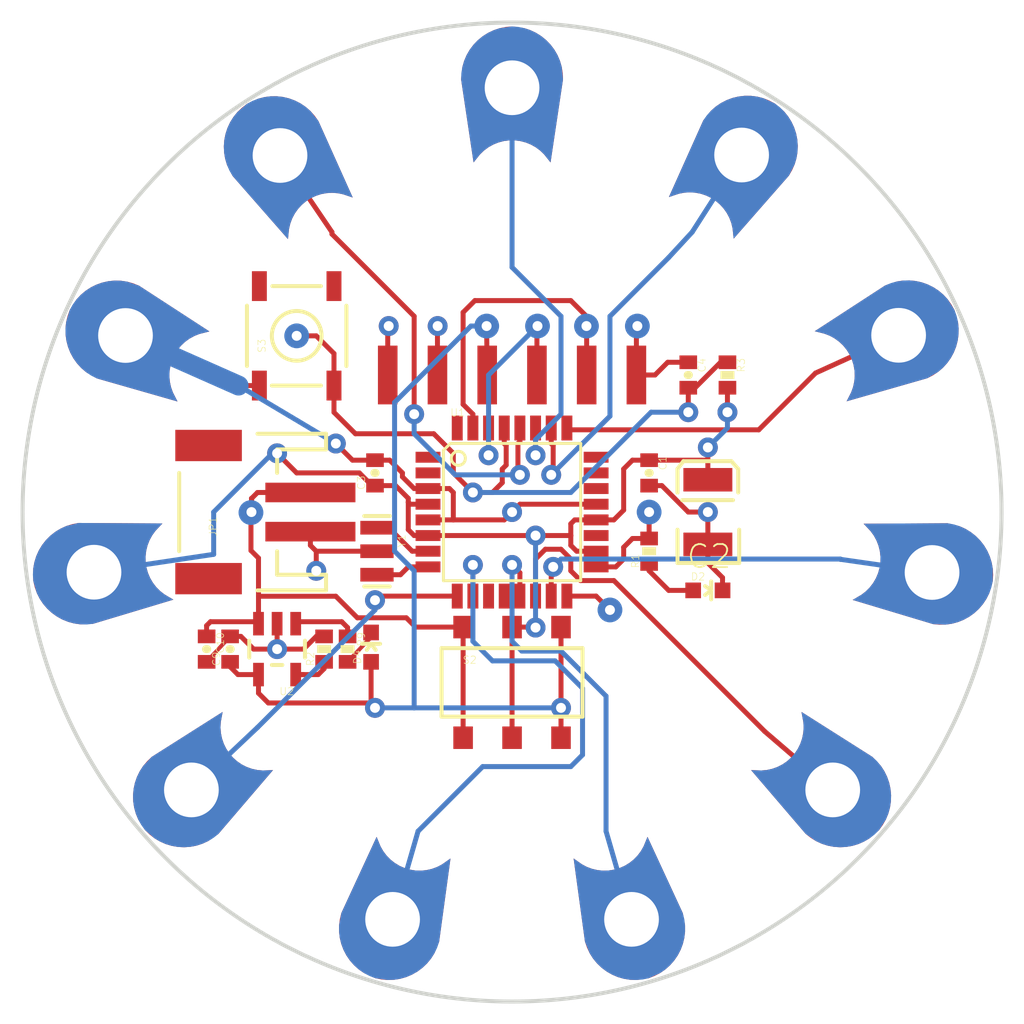
<source format=kicad_pcb>
(kicad_pcb (version 20211014) (generator pcbnew)
  (layers (0 "F.Cu" signal) (31 "B.Cu" signal) (34 "B.Paste" user) (35 "F.Paste" user) (36 "B.SilkS" user "B.Silkscreen") (37 "F.SilkS" user "F.Silkscreen") (38 "B.Mask" user) (39 "F.Mask" user) (44 "Edge.Cuts" user))
  (net 0 "")
  (net 1 "GND")
  (net 2 "VCC")
  (net 3 "RST")
  (net 4 "D11")
  (net 5 "D13")
  (net 6 "D12")
  (net 7 "RXI")
  (net 8 "TXO")
  (net 9 "D5")
  (net 10 "N$2")
  (net 11 "D9")
  (net 12 "N$1")
  (net 13 "N$3")
  (net 14 "DTR")
  (net 15 "D6")
  (net 16 "D10")
  (net 17 "VBATT")
  (net 18 "N$8")
  (net 19 "FTDI_VCC")
  (net 20 "A2")
  (net 21 "A3")
  (net 22 "A4")
  (net 23 "A5")
  (net 24 "STAT")
  (net 25 "PROG")
  (footprint "boardEagle:RESONATOR-SMD" (layer "F.Cu") (at 141.6011 107.0036 -90)
    (fp_text reference "Y1")
    (fp_text value "8MHz")
  )
  (footprint "boardEagle:AYZ0202" (layer "F.Cu") (at 148.5011 113.7036)
    (fp_text reference "S2")
    (fp_text value "On/Off")
  )
  (footprint "boardEagle:PETAL-LONG-1-2SIDE" (layer "F.Cu") (at 154.6111 125.8336 106.3)
    (fp_text reference "U$37" hide)
    (fp_text value "SEWTAP9" hide)
  )
  (footprint "boardEagle:PETAL-LONG-1-2SIDE" (layer "F.Cu") (at 169.9811 108.0936 171.8)
    (fp_text reference "U$4" hide)
    (fp_text value "SEWTAP9" hide)
  )
  (footprint "boardEagle:0402-RES" (layer "F.Cu") (at 159.5011 98.0036 -90)
    (fp_text reference "R3")
    (fp_text value "10K")
  )
  (footprint "boardEagle:LED-0603" (layer "F.Cu") (at 141.3011 111.9036)
    (fp_text reference "D4")
    (fp_text value "Yellow")
  )
  (footprint "boardEagle:0402-RES" (layer "F.Cu") (at 138.9011 112.0036 90)
    (fp_text reference "R2")
    (fp_text value "10k")
  )
  (footprint "boardEagle:JST-2-SMD" (layer "F.Cu") (at 134.5011 105.0036 90)
    (fp_text reference "JP1")
    (fp_text value "LiPo")
  )
  (footprint "boardEagle:PETAL-LONG-1-2SIDE" (layer "F.Cu") (at 136.6331 86.7676 -57.3)
    (fp_text reference "A5/19" hide)
    (fp_text value "SEWTAP9" hide)
  )
  (footprint "boardEagle:0402-CAP" (layer "F.Cu") (at 141.5011 103.0036 90)
    (fp_text reference "C3")
    (fp_text value "1.0uF")
  )
  (footprint "boardEagle:PETAL-LONG-1-2SIDE" (layer "F.Cu") (at 148.5011 83.3036 -90)
    (fp_text reference "A4/18" hide)
    (fp_text value "SEWTAP9" hide)
  )
  (footprint "boardEagle:0402-RES" (layer "F.Cu") (at 140.1011 112.0036 -90)
    (fp_text reference "R9")
    (fp_text value "330")
  )
  (footprint "boardEagle:PETAL-LONG-1-2SIDE" (layer "F.Cu") (at 164.9011 119.2136 139.1)
    (fp_text reference "U$39" hide)
    (fp_text value "SEWTAP9" hide)
  )
  (footprint "boardEagle:PETAL-LONG-1-2SIDE" (layer "F.Cu") (at 160.2411 86.7436 -122.7)
    (fp_text reference "A3/17" hide)
    (fp_text value "SEWTAP9" hide)
  )
  (footprint "boardEagle:0402-CAP" (layer "F.Cu") (at 132.9011 112.0036 -90)
    (fp_text reference "C10")
    (fp_text value "4.7uF")
  )
  (footprint "boardEagle:0402-CAP" (layer "F.Cu") (at 157.5011 98.0036 -90)
    (fp_text reference "C4")
    (fp_text value "0.1uF")
  )
  (footprint "boardEagle:1X06-SMD" (layer "F.Cu") (at 148.5011 93.0036 180)
    (fp_text reference "JP2" hide)
    (fp_text value "" hide)
  )
  (footprint "boardEagle:LED-0603" (layer "F.Cu") (at 158.5011 109.0036 -90)
    (fp_text reference "D2")
    (fp_text value "Status" hide)
  )
  (footprint "boardEagle:PETAL-LONG-1-2SIDE" (layer "F.Cu") (at 168.2711 95.9636 -155.5)
    (fp_text reference "A2/16" hide)
    (fp_text value "SEWTAP9" hide)
  )
  (footprint "boardEagle:0402-CAP" (layer "F.Cu") (at 155.5011 103.0036 -90)
    (fp_text reference "C1")
    (fp_text value "0.1uF")
  )
  (footprint "boardEagle:0402-CAP" (layer "F.Cu") (at 134.1011 112.0036 90)
    (fp_text reference "C9")
    (fp_text value "4.7uF")
  )
  (footprint "boardEagle:TQFP32-08" (layer "F.Cu") (at 148.5011 105.0036)
    (fp_text reference "U1")
    (fp_text value "ATMEGA328")
  )
  (footprint "boardEagle:PETAL-LONG-1-2SIDE" (layer "F.Cu") (at 128.7311 95.9736 -24.5)
    (fp_text reference "U$43" hide)
    (fp_text value "SEWTAP9" hide)
  )
  (footprint "boardEagle:PETAL-LONG-1-2SIDE" (layer "F.Cu") (at 127.1191 108.0796 8.2)
    (fp_text reference "U$45" hide)
    (fp_text value "SEWTAP9" hide)
  )
  (footprint "boardEagle:TACTILE_SWITCH_SMD" (layer "F.Cu") (at 137.5011 96.0036 90)
    (fp_text reference "S3")
    (fp_text value "Reset")
  )
  (footprint "boardEagle:0402-RES" (layer "F.Cu") (at 155.5011 107.0036 90)
    (fp_text reference "R1")
    (fp_text value "330")
  )
  (footprint "boardEagle:SOT23-5" (layer "F.Cu") (at 136.5011 112.0036 180)
    (fp_text reference "U2")
    (fp_text value "MCP73831")
  )
  (footprint "boardEagle:PETAL-LONG-1-2SIDE" (layer "F.Cu") (at 142.3911 125.8336 73.7)
    (fp_text reference "U$35" hide)
    (fp_text value "SEWTAP9" hide)
  )
  (footprint "boardEagle:EIA3528" (layer "F.Cu") (at 158.5011 105.0036 90)
    (fp_text reference "C2")
    (fp_text value "47uF")
  )
  (footprint "boardEagle:PETAL-LONG-1-2SIDE" (layer "F.Cu") (at 132.1011 119.2136 40.9)
    (fp_text reference "U$41" hide)
    (fp_text value "SEWTAP9" hide)
  )
  (footprint "boardEagle:PAD.03X.05" (layer "B.Cu") (at 152.3011 95.5036 90)
    (fp_text reference "TP-TX0" hide)
    (fp_text value "" hide)
  )
  (footprint "boardEagle:PAD.03X.05" (layer "B.Cu") (at 155.5011 105.0036 180)
    (fp_text reference "PP-SCK0" hide)
    (fp_text value "" hide)
  )
  (footprint "boardEagle:PAD.03X.05" (layer "B.Cu") (at 137.5011 96.0036 180)
    (fp_text reference "PP-RST0" hide)
    (fp_text value "" hide)
  )
  (footprint "boardEagle:PAD.03X.05" (layer "B.Cu") (at 149.8011 95.5036 180)
    (fp_text reference "TP-RX0" hide)
    (fp_text value "" hide)
  )
  (footprint "boardEagle:PAD.03X.05" (layer "B.Cu") (at 147.2057 95.504 180)
    (fp_text reference "TP-FTDI_VCC0" hide)
    (fp_text value "" hide)
  )
  (footprint "boardEagle:PAD.03X.05" (layer "B.Cu") (at 135.1661 105.029 180)
    (fp_text reference "TP-VBATT0" hide)
    (fp_text value "" hide)
  )
  (footprint "boardEagle:PAD.03X.05" (layer "B.Cu") (at 153.5011 110.0036 180)
    (fp_text reference "PP-MISO0" hide)
    (fp_text value "" hide)
  )
  (footprint "boardEagle:PAD.03X.05" (layer "B.Cu") (at 154.9011 95.5036 180)
    (fp_text reference "TP-DTR0" hide)
    (fp_text value "" hide)
  )
  (gr_circle (center 148.5011 105.0036) (end 173.5011 105.0036) (layer "Edge.Cuts") (width 0.2032) (fill none))
  (segment (start 128.7584 95.986044) (end 133.1011 97.9036) (width 0.254) (layer "F.Cu") (net 1))
  (segment (start 155.5011 103.6536) (end 156.1511 103.6536) (width 0.254) (layer "F.Cu") (net 1))
  (segment (start 157.5011 105.0036) (end 158.5011 105.0036) (width 0.254) (layer "F.Cu") (net 1))
  (segment (start 158.5011 106.6536) (end 158.5011 107.6036) (width 0.254) (layer "F.Cu") (net 1))
  (segment (start 148.9011 104.6036) (end 152.7937 104.6036) (width 0.254) (layer "F.Cu") (net 1))
  (segment (start 145.3011 103.8036) (end 144.2085 103.8036) (width 0.254) (layer "F.Cu") (net 1))
  (segment (start 144.6911 95.5136) (end 144.7011 95.5036) (width 0.254) (layer "F.Cu") (net 1))
  (segment (start 144.2085 103.8036) (end 143.5011 103.8036) (width 0.254) (layer "F.Cu") (net 1))
  (segment (start 145.5011 104.0036) (end 145.3011 103.8036) (width 0.254) (layer "F.Cu") (net 1))
  (segment (start 138.5011 111.3536) (end 137.8511 112.0036) (width 0.254) (layer "F.Cu") (net 1))
  (segment (start 144.6911 98.0036) (end 144.6911 95.5136) (width 0.254) (layer "F.Cu") (net 1))
  (segment (start 158.5011 107.6036) (end 159.2511 108.3536) (width 0.254) (layer "F.Cu") (net 1))
  (segment (start 136.5011 112.0036) (end 135.3011 112.0036) (width 0.254) (layer "F.Cu") (net 1))
  (segment (start 148.5011 105.0036) (end 148.1011 105.4036) (width 0.254) (layer "F.Cu") (net 1))
  (segment (start 133.7411 98.5436) (end 135.5961 98.5436) (width 0.254) (layer "F.Cu") (net 1))
  (segment (start 142.9011 103.2036) (end 142.9011 103.0036) (width 0.254) (layer "F.Cu") (net 1))
  (segment (start 141.6011 107.0036) (end 138.5011 107.0036) (width 0.254) (layer "F.Cu") (net 1))
  (segment (start 134.6511 111.3536) (end 134.1011 111.3536) (width 0.254) (layer "F.Cu") (net 1))
  (segment (start 133.1011 97.9036) (end 133.7411 98.5436) (width 0.254) (layer "F.Cu") (net 1))
  (segment (start 156.1511 103.6536) (end 157.5011 105.0036) (width 0.254) (layer "F.Cu") (net 1))
  (segment (start 148.1011 105.4036) (end 145.5011 105.4036) (width 0.254) (layer "F.Cu") (net 1))
  (segment (start 134.1011 111.3536) (end 132.9011 112.6536) (width 0.2032) (layer "F.Cu") (net 1))
  (segment (start 142.1511 98.0036) (end 142.1511 95.5536) (width 0.254) (layer "F.Cu") (net 1))
  (segment (start 143.5011 103.8036) (end 142.9011 103.2036) (width 0.254) (layer "F.Cu") (net 1))
  (segment (start 142.1511 95.5536) (end 142.2011 95.5036) (width 0.254) (layer "F.Cu") (net 1))
  (segment (start 138.9011 111.3536) (end 138.5011 111.3536) (width 0.254) (layer "F.Cu") (net 1))
  (segment (start 145.5011 105.4036) (end 145.5011 104.0036) (width 0.254) (layer "F.Cu") (net 1))
  (segment (start 142.9011 103.0036) (end 142.2511 102.3536) (width 0.254) (layer "F.Cu") (net 1))
  (segment (start 138.5011 107.0036) (end 138.5011 108.0036) (width 0.254) (layer "F.Cu") (net 1))
  (segment (start 138.2011 106.7036) (end 138.2011 106.0036) (width 0.254) (layer "F.Cu") (net 1))
  (segment (start 159.2511 108.3536) (end 159.2511 109.0036) (width 0.254) (layer "F.Cu") (net 1))
  (segment (start 136.5011 112.0036) (end 136.5011 110.7035) (width 0.254) (layer "F.Cu") (net 1))
  (segment (start 141.5011 102.3536) (end 140.3511 102.3536) (width 0.254) (layer "F.Cu") (net 1))
  (segment (start 158.5011 105.0036) (end 158.5011 106.6536) (width 0.254) (layer "F.Cu") (net 1))
  (segment (start 135.3011 112.0036) (end 134.6511 111.3536) (width 0.254) (layer "F.Cu") (net 1))
  (segment (start 137.8511 112.0036) (end 136.5011 112.0036) (width 0.254) (layer "F.Cu") (net 1))
  (segment (start 145.5011 105.4036) (end 144.2085 105.4036) (width 0.254) (layer "F.Cu") (net 1))
  (segment (start 142.2511 102.3536) (end 141.5011 102.3536) (width 0.254) (layer "F.Cu") (net 1))
  (segment (start 140.3511 102.3536) (end 139.5011 101.5036) (width 0.254) (layer "F.Cu") (net 1))
  (segment (start 148.5011 105.0036) (end 148.9011 104.6036) (width 0.254) (layer "F.Cu") (net 1))
  (segment (start 138.5011 107.0036) (end 138.2011 106.7036) (width 0.254) (layer "F.Cu") (net 1))
  (via (at 139.5011 101.5036) (size 1.016) (drill 0.508) (layers "F.Cu" "B.Cu") (net 1))
  (via (at 148.5011 105.0036) (size 1.016) (drill 0.508) (layers "F.Cu" "B.Cu") (net 1))
  (via (at 144.7011 95.5036) (size 1.016) (drill 0.508) (layers "F.Cu" "B.Cu") (net 1))
  (via (at 136.5011 112.0036) (size 1.016) (drill 0.508) (layers "F.Cu" "B.Cu") (net 1))
  (via (at 142.2011 95.5036) (size 1.016) (drill 0.508) (layers "F.Cu" "B.Cu") (net 1))
  (via (at 138.5011 108.0036) (size 1.016) (drill 0.508) (layers "F.Cu" "B.Cu") (net 1))
  (via (at 158.5011 105.0036) (size 1.016) (drill 0.508) (layers "F.Cu" "B.Cu") (net 1))
  (segment (start 139.5011 101.5036) (end 134.5311 98.5436) (width 0.254) (layer "B.Cu") (net 1))
  (segment (start 134.5311 98.5436) (end 128.7584 95.986044) (width 1.016) (layer "B.Cu") (net 1))
  (segment (start 151.8011 107.0036) (end 152.7937 107.0036) (width 0.254) (layer "F.Cu") (net 2))
  (segment (start 149.7011 110.9036) (end 149.6761 110.8786) (width 0.254) (layer "F.Cu") (net 2))
  (segment (start 143.2011 104.5036) (end 143.3011 104.6036) (width 0.254) (layer "F.Cu") (net 2))
  (segment (start 137.5011 103.0036) (end 136.5011 102.0036) (width 0.254) (layer "F.Cu") (net 2))
  (segment (start 143.3011 104.6036) (end 144.2085 104.6036) (width 0.254) (layer "F.Cu") (net 2))
  (segment (start 151.7011 105.4036) (end 152.7937 105.4036) (width 0.254) (layer "F.Cu") (net 2))
  (segment (start 159.5011 99.9036) (end 159.5011 98.6536) (width 0.254) (layer "F.Cu") (net 2))
  (segment (start 151.5011 106.2036) (end 151.5011 106.7036) (width 0.254) (layer "F.Cu") (net 2))
  (segment (start 149.7011 106.2036) (end 151.5011 106.2036) (width 0.254) (layer "F.Cu") (net 2))
  (segment (start 154.2011 102.8036) (end 154.6511 102.3536) (width 0.254) (layer "F.Cu") (net 2))
  (segment (start 158.5011 102.4036) (end 158.5011 101.7036) (width 0.254) (layer "F.Cu") (net 2))
  (segment (start 153.7011 105.4036) (end 154.2011 104.9036) (width 0.254) (layer "F.Cu") (net 2))
  (segment (start 142.5511 103.6536) (end 141.5011 103.6536) (width 0.254) (layer "F.Cu") (net 2))
  (segment (start 143.2011 104.3036) (end 142.5511 103.6536) (width 0.254) (layer "F.Cu") (net 2))
  (segment (start 143.2011 105.9036) (end 143.2011 104.5036) (width 0.254) (layer "F.Cu") (net 2))
  (segment (start 141.5011 103.6536) (end 141.3511 103.6536) (width 0.254) (layer "F.Cu") (net 2))
  (segment (start 154.6511 102.3536) (end 155.5011 102.3536) (width 0.254) (layer "F.Cu") (net 2))
  (segment (start 155.5011 102.3536) (end 158.4511 102.3536) (width 0.254) (layer "F.Cu") (net 2))
  (segment (start 158.4511 102.3536) (end 158.5011 102.4036) (width 0.254) (layer "F.Cu") (net 2))
  (segment (start 140.7011 103.0036) (end 137.5011 103.0036) (width 0.254) (layer "F.Cu") (net 2))
  (segment (start 154.2011 104.9036) (end 154.2011 102.8036) (width 0.254) (layer "F.Cu") (net 2))
  (segment (start 149.6761 110.8786) (end 148.5011 110.8786) (width 0.254) (layer "F.Cu") (net 2))
  (segment (start 151.5011 105.6036) (end 151.7011 105.4036) (width 0.254) (layer "F.Cu") (net 2))
  (segment (start 152.7937 105.4036) (end 153.7011 105.4036) (width 0.254) (layer "F.Cu") (net 2))
  (segment (start 151.5011 106.2036) (end 151.5011 105.6036) (width 0.254) (layer "F.Cu") (net 2))
  (segment (start 141.3511 103.6536) (end 140.7011 103.0036) (width 0.254) (layer "F.Cu") (net 2))
  (segment (start 143.5011 106.2036) (end 143.2011 105.9036) (width 0.254) (layer "F.Cu") (net 2))
  (segment (start 151.5011 106.7036) (end 151.8011 107.0036) (width 0.254) (layer "F.Cu") (net 2))
  (segment (start 143.2011 104.5036) (end 143.2011 104.3036) (width 0.254) (layer "F.Cu") (net 2))
  (segment (start 158.5011 102.4036) (end 158.5011 103.3536) (width 0.254) (layer "F.Cu") (net 2))
  (segment (start 149.7011 106.2036) (end 144.2085 106.2036) (width 0.254) (layer "F.Cu") (net 2))
  (segment (start 148.5011 110.8786) (end 148.5011 116.5286) (width 0.254) (layer "F.Cu") (net 2))
  (segment (start 144.2085 106.2036) (end 143.5011 106.2036) (width 0.254) (layer "F.Cu") (net 2))
  (via (at 158.5011 101.7036) (size 1.016) (drill 0.508) (layers "F.Cu" "B.Cu") (net 2))
  (via (at 136.5011 102.0036) (size 1.016) (drill 0.508) (layers "F.Cu" "B.Cu") (net 2))
  (via (at 159.5011 99.9036) (size 1.016) (drill 0.508) (layers "F.Cu" "B.Cu") (net 2))
  (via (at 149.7011 110.9036) (size 1.016) (drill 0.508) (layers "F.Cu" "B.Cu") (net 2))
  (via (at 149.7011 106.2036) (size 1.016) (drill 0.508) (layers "F.Cu" "B.Cu") (net 2))
  (segment (start 133.2611 107.1626) (end 127.148794 108.075318) (width 0.254) (layer "B.Cu") (net 2))
  (segment (start 136.5011 102.0036) (end 136.2611 102.0036) (width 0.254) (layer "B.Cu") (net 2))
  (segment (start 158.5011 101.7036) (end 159.5011 100.7036) (width 0.254) (layer "B.Cu") (net 2))
  (segment (start 133.2611 105.0036) (end 133.2611 107.1626) (width 0.254) (layer "B.Cu") (net 2))
  (segment (start 136.2611 102.0036) (end 133.2611 105.0036) (width 0.254) (layer "B.Cu") (net 2))
  (segment (start 159.5011 100.7036) (end 159.5011 99.9036) (width 0.254) (layer "B.Cu") (net 2))
  (segment (start 149.7011 106.2036) (end 149.7011 110.9036) (width 0.254) (layer "B.Cu") (net 2))
  (segment (start 148.2011 102.6036) (end 148.2011 101.6036) (width 0.254) (layer "F.Cu") (net 3))
  (segment (start 146.5011 104.0036) (end 145.5011 103.0036) (width 0.254) (layer "F.Cu") (net 3))
  (segment (start 139.4061 99.9086) (end 139.4061 98.5436) (width 0.254) (layer "F.Cu") (net 3))
  (segment (start 145.5011 102.0036) (end 144.5011 101.0036) (width 0.254) (layer "F.Cu") (net 3))
  (segment (start 145.5011 103.0036) (end 145.5011 102.0036) (width 0.254) (layer "F.Cu") (net 3))
  (segment (start 139.4061 98.5436) (end 139.4061 96.9086) (width 0.254) (layer "F.Cu") (net 3))
  (segment (start 139.4061 96.9086) (end 138.5011 96.0036) (width 0.254) (layer "F.Cu") (net 3))
  (segment (start 140.5011 101.0036) (end 139.4061 99.9086) (width 0.254) (layer "F.Cu") (net 3))
  (segment (start 144.5011 101.0036) (end 140.5011 101.0036) (width 0.254) (layer "F.Cu") (net 3))
  (segment (start 157.5011 98.6536) (end 157.8511 98.6536) (width 0.254) (layer "F.Cu") (net 3))
  (segment (start 157.8511 98.6536) (end 159.1511 97.3536) (width 0.254) (layer "F.Cu") (net 3))
  (segment (start 148.1011 101.5036) (end 148.1011 100.711) (width 0.254) (layer "F.Cu") (net 3))
  (segment (start 159.1511 97.3536) (end 159.5011 97.3536) (width 0.254) (layer "F.Cu") (net 3))
  (segment (start 148.0011 103.5036) (end 148.0011 102.8036) (width 0.254) (layer "F.Cu") (net 3))
  (segment (start 146.5011 104.0036) (end 147.5011 104.0036) (width 0.254) (layer "F.Cu") (net 3))
  (segment (start 157.5011 99.9036) (end 157.5011 98.6536) (width 0.254) (layer "F.Cu") (net 3))
  (segment (start 148.0011 102.8036) (end 148.2011 102.6036) (width 0.254) (layer "F.Cu") (net 3))
  (segment (start 138.5011 96.0036) (end 137.5011 96.0036) (width 0.254) (layer "F.Cu") (net 3))
  (segment (start 147.5011 104.0036) (end 148.0011 103.5036) (width 0.254) (layer "F.Cu") (net 3))
  (segment (start 148.2011 101.6036) (end 148.1011 101.5036) (width 0.254) (layer "F.Cu") (net 3))
  (via (at 137.5011 96.0036) (size 1.016) (drill 0.508) (layers "F.Cu" "B.Cu") (net 3))
  (via (at 146.5011 104.0036) (size 1.016) (drill 0.508) (layers "F.Cu" "B.Cu") (net 3))
  (via (at 157.5011 99.9036) (size 1.016) (drill 0.508) (layers "F.Cu" "B.Cu") (net 3))
  (segment (start 146.5011 104.0036) (end 151.5011 104.0036) (width 0.254) (layer "B.Cu") (net 3))
  (segment (start 155.6011 99.9036) (end 157.5011 99.9036) (width 0.254) (layer "B.Cu") (net 3))
  (segment (start 151.5011 104.0036) (end 155.6011 99.9036) (width 0.254) (layer "B.Cu") (net 3))
  (segment (start 150.5011 107.9036) (end 150.5011 109.2962) (width 0.254) (layer "F.Cu") (net 4))
  (segment (start 150.6011 107.8036) (end 150.5011 107.9036) (width 0.254) (layer "F.Cu") (net 4))
  (via (at 150.6011 107.8036) (size 1.016) (drill 0.508) (layers "F.Cu" "B.Cu") (net 4))
  (segment (start 165.2651 107.4166) (end 169.951406 108.089318) (width 0.254) (layer "B.Cu") (net 4))
  (segment (start 151.0011 107.4036) (end 165.2651 107.4036) (width 0.254) (layer "B.Cu") (net 4))
  (segment (start 151.0011 107.4036) (end 150.6011 107.8036) (width 0.254) (layer "B.Cu") (net 4))
  (segment (start 165.2651 107.4036) (end 165.2651 107.4166) (width 0.254) (layer "B.Cu") (net 4))
  (segment (start 155.5011 106.3536) (end 155.5011 105.0036) (width 0.254) (layer "F.Cu") (net 5))
  (segment (start 154.6511 106.3536) (end 155.5011 106.3536) (width 0.254) (layer "F.Cu") (net 5))
  (segment (start 154.2011 107.4036) (end 154.2011 106.8036) (width 0.254) (layer "F.Cu") (net 5))
  (segment (start 153.8011 107.8036) (end 154.2011 107.4036) (width 0.254) (layer "F.Cu") (net 5))
  (segment (start 152.7937 107.8036) (end 153.8011 107.8036) (width 0.254) (layer "F.Cu") (net 5))
  (segment (start 154.2011 106.8036) (end 154.6511 106.3536) (width 0.254) (layer "F.Cu") (net 5))
  (via (at 155.5011 105.0036) (size 1.016) (drill 0.508) (layers "F.Cu" "B.Cu") (net 5))
  (segment (start 152.7937 109.2962) (end 151.3011 109.2962) (width 0.254) (layer "F.Cu") (net 6))
  (segment (start 153.5011 110.0036) (end 152.7937 109.2962) (width 0.254) (layer "F.Cu") (net 6))
  (via (at 153.5011 110.0036) (size 1.016) (drill 0.508) (layers "F.Cu" "B.Cu") (net 6))
  (segment (start 147.3011 100.711) (end 147.3011 102.1036) (width 0.254) (layer "F.Cu") (net 7))
  (segment (start 149.8011 95.5036) (end 149.7711 95.5336) (width 0.254) (layer "F.Cu") (net 7))
  (segment (start 149.7711 95.5336) (end 149.7711 98.0036) (width 0.254) (layer "F.Cu") (net 7))
  (via (at 147.3011 102.1036) (size 1.016) (drill 0.508) (layers "F.Cu" "B.Cu") (net 7))
  (via (at 149.8011 95.5036) (size 1.016) (drill 0.508) (layers "F.Cu" "B.Cu") (net 7))
  (segment (start 147.3011 102.1036) (end 147.3011 98.0036) (width 0.254) (layer "B.Cu") (net 7))
  (segment (start 147.3011 98.0036) (end 149.8011 95.5036) (width 0.254) (layer "B.Cu") (net 7))
  (segment (start 151.5011 94.2036) (end 152.3011 95.0036) (width 0.254) (layer "F.Cu") (net 8))
  (segment (start 146.5011 100.0036) (end 146.0011 99.5036) (width 0.254) (layer "F.Cu") (net 8))
  (segment (start 146.0011 94.8036) (end 146.6011 94.2036) (width 0.254) (layer "F.Cu") (net 8))
  (segment (start 146.6011 94.2036) (end 151.5011 94.2036) (width 0.254) (layer "F.Cu") (net 8))
  (segment (start 152.3011 95.5036) (end 152.3111 95.5136) (width 0.254) (layer "F.Cu") (net 8))
  (segment (start 146.5011 100.711) (end 146.5011 100.0036) (width 0.254) (layer "F.Cu") (net 8))
  (segment (start 152.3111 95.5136) (end 152.3111 98.0036) (width 0.254) (layer "F.Cu") (net 8))
  (segment (start 146.0011 99.5036) (end 146.0011 94.8036) (width 0.254) (layer "F.Cu") (net 8))
  (segment (start 152.3011 95.0036) (end 152.3011 95.5036) (width 0.254) (layer "F.Cu") (net 8))
  (via (at 152.3011 95.5036) (size 1.016) (drill 0.508) (layers "F.Cu" "B.Cu") (net 8))
  (segment (start 145.7011 109.2962) (end 141.7085 109.2962) (width 0.254) (layer "F.Cu") (net 9))
  (segment (start 141.7085 109.2962) (end 141.5011 109.5036) (width 0.254) (layer "F.Cu") (net 9))
  (via (at 141.5011 109.5036) (size 1.016) (drill 0.508) (layers "F.Cu" "B.Cu") (net 9))
  (segment (start 141.5011 110.0036) (end 135.5011 116.0036) (width 0.254) (layer "B.Cu") (net 9))
  (segment (start 141.5011 109.5036) (end 141.5011 110.0036) (width 0.254) (layer "B.Cu") (net 9))
  (segment (start 135.5011 116.0036) (end 132.123779 119.193956) (width 0.254) (layer "B.Cu") (net 9))
  (segment (start 156.5011 109.0036) (end 157.7511 109.0036) (width 0.254) (layer "F.Cu") (net 10))
  (segment (start 155.5011 108.0036) (end 156.5011 109.0036) (width 0.254) (layer "F.Cu") (net 10))
  (segment (start 155.5011 107.6536) (end 155.5011 108.0036) (width 0.254) (layer "F.Cu") (net 10))
  (segment (start 148.9011 108.1036) (end 148.5011 107.7036) (width 0.254) (layer "F.Cu") (net 11))
  (segment (start 148.9011 109.2962) (end 148.9011 108.1036) (width 0.254) (layer "F.Cu") (net 11))
  (via (at 148.5011 107.7036) (size 1.016) (drill 0.508) (layers "F.Cu" "B.Cu") (net 11))
  (segment (start 148.5011 111.6036) (end 149.0011 112.1036) (width 0.254) (layer "B.Cu") (net 11))
  (segment (start 148.5011 107.7036) (end 148.5011 111.6036) (width 0.254) (layer "B.Cu") (net 11))
  (segment (start 149.0011 112.1036) (end 151.0011 112.1036) (width 0.254) (layer "B.Cu") (net 11))
  (segment (start 151.0011 112.1036) (end 153.3011 114.4036) (width 0.254) (layer "B.Cu") (net 11))
  (segment (start 153.3011 121.3036) (end 154.602678 125.804803) (width 0.254) (layer "B.Cu") (net 11))
  (segment (start 153.3011 114.4036) (end 153.3011 121.3036) (width 0.254) (layer "B.Cu") (net 11))
  (segment (start 142.2011 105.8036) (end 141.6011 105.8036) (width 0.254) (layer "F.Cu") (net 12))
  (segment (start 143.4011 107.0036) (end 142.2011 105.8036) (width 0.254) (layer "F.Cu") (net 12))
  (segment (start 144.2085 107.0036) (end 143.4011 107.0036) (width 0.254) (layer "F.Cu") (net 12))
  (segment (start 143.2011 107.8036) (end 142.8011 108.2036) (width 0.254) (layer "F.Cu") (net 13))
  (segment (start 142.8011 108.2036) (end 141.6011 108.2036) (width 0.254) (layer "F.Cu") (net 13))
  (segment (start 144.2085 107.8036) (end 143.2011 107.8036) (width 0.254) (layer "F.Cu") (net 13))
  (segment (start 156.4511 97.3536) (end 157.5011 97.3536) (width 0.254) (layer "F.Cu") (net 14))
  (segment (start 155.8011 98.0036) (end 156.4511 97.3536) (width 0.254) (layer "F.Cu") (net 14))
  (segment (start 154.8511 95.5536) (end 154.9011 95.5036) (width 0.254) (layer "F.Cu") (net 14))
  (segment (start 154.8511 98.0036) (end 154.8511 95.5536) (width 0.254) (layer "F.Cu") (net 14))
  (segment (start 154.8511 98.0036) (end 155.8011 98.0036) (width 0.254) (layer "F.Cu") (net 14))
  (via (at 154.9011 95.5036) (size 1.016) (drill 0.508) (layers "F.Cu" "B.Cu") (net 14))
  (segment (start 146.5011 109.2962) (end 146.5011 107.7036) (width 0.254) (layer "F.Cu") (net 15))
  (via (at 146.5011 107.7036) (size 1.016) (drill 0.508) (layers "F.Cu" "B.Cu") (net 15))
  (segment (start 146.5011 107.7036) (end 146.5011 111.6036) (width 0.254) (layer "B.Cu") (net 15))
  (segment (start 147.5011 112.6036) (end 150.7011 112.6036) (width 0.254) (layer "B.Cu") (net 15))
  (segment (start 152.1011 117.4036) (end 151.5011 118.0036) (width 0.254) (layer "B.Cu") (net 15))
  (segment (start 151.5011 118.0036) (end 147.0011 118.0036) (width 0.254) (layer "B.Cu") (net 15))
  (segment (start 147.0011 118.0036) (end 143.7011 121.3036) (width 0.254) (layer "B.Cu") (net 15))
  (segment (start 150.7011 112.6036) (end 152.1011 114.0036) (width 0.254) (layer "B.Cu") (net 15))
  (segment (start 146.5011 111.6036) (end 147.5011 112.6036) (width 0.254) (layer "B.Cu") (net 15))
  (segment (start 152.1011 114.0036) (end 152.1011 117.4036) (width 0.254) (layer "B.Cu") (net 15))
  (segment (start 143.7011 121.3036) (end 142.399522 125.804803) (width 0.254) (layer "B.Cu") (net 15))
  (segment (start 161.4011 116.2036) (end 164.878421 119.193956) (width 0.254) (layer "F.Cu") (net 16))
  (segment (start 151.5011 108.0036) (end 152.0011 108.5036) (width 0.254) (layer "F.Cu") (net 16))
  (segment (start 149.7011 107.4036) (end 149.7011 109.2962) (width 0.254) (layer "F.Cu") (net 16))
  (segment (start 152.0011 108.5036) (end 153.7011 108.5036) (width 0.254) (layer "F.Cu") (net 16))
  (segment (start 153.7011 108.5036) (end 161.4011 116.2036) (width 0.254) (layer "F.Cu") (net 16))
  (segment (start 150.2011 106.9036) (end 149.7011 107.4036) (width 0.254) (layer "F.Cu") (net 16))
  (segment (start 151.5011 107.4036) (end 151.5011 108.0036) (width 0.254) (layer "F.Cu") (net 16))
  (segment (start 151.0011 106.9036) (end 151.5011 107.4036) (width 0.254) (layer "F.Cu") (net 16))
  (segment (start 151.0011 106.9036) (end 150.2011 106.9036) (width 0.254) (layer "F.Cu") (net 16))
  (segment (start 146.0011 110.8786) (end 146.0011 116.5286) (width 0.254) (layer "F.Cu") (net 17))
  (segment (start 135.4512 110.6036) (end 133.1011 110.6036) (width 0.254) (layer "F.Cu") (net 17))
  (segment (start 140.6011 110.4036) (end 139.5011 109.3036) (width 0.254) (layer "F.Cu") (net 17))
  (segment (start 143.5761 110.8786) (end 143.1011 110.4036) (width 0.254) (layer "F.Cu") (net 17))
  (segment (start 135.1915 105.0036) (end 135.1915 104.3132) (width 0.254) (layer "F.Cu") (net 17))
  (segment (start 135.5511 107.3536) (end 135.1661 106.9686) (width 0.254) (layer "F.Cu") (net 17))
  (segment (start 146.0011 110.8786) (end 143.5761 110.8786) (width 0.254) (layer "F.Cu") (net 17))
  (segment (start 132.9011 110.8036) (end 132.9011 111.3536) (width 0.254) (layer "F.Cu") (net 17))
  (segment (start 133.1011 110.6036) (end 132.9011 110.8036) (width 0.254) (layer "F.Cu") (net 17))
  (segment (start 135.1661 105.029) (end 135.1915 105.0036) (width 0.254) (layer "F.Cu") (net 17))
  (segment (start 135.1915 105.0036) (end 135.2011 104.994) (width 0.254) (layer "F.Cu") (net 17))
  (segment (start 139.5011 109.3036) (end 135.5511 109.3036) (width 0.254) (layer "F.Cu") (net 17))
  (segment (start 135.2011 104.3036) (end 135.5011 104.0036) (width 0.254) (layer "F.Cu") (net 17))
  (segment (start 135.1915 104.3132) (end 135.2011 104.3036) (width 0.254) (layer "F.Cu") (net 17))
  (segment (start 135.1661 106.9686) (end 135.1661 105.029) (width 0.254) (layer "F.Cu") (net 17))
  (segment (start 135.5011 104.0036) (end 138.2011 104.0036) (width 0.254) (layer "F.Cu") (net 17))
  (segment (start 135.5511 110.7035) (end 135.4512 110.6036) (width 0.254) (layer "F.Cu") (net 17))
  (segment (start 135.2011 104.994) (end 135.2011 104.3036) (width 0.254) (layer "F.Cu") (net 17))
  (segment (start 143.1011 110.4036) (end 140.6011 110.4036) (width 0.254) (layer "F.Cu") (net 17))
  (segment (start 135.5511 109.3036) (end 135.5511 110.7035) (width 0.254) (layer "F.Cu") (net 17))
  (segment (start 135.5511 109.3036) (end 135.5511 107.3536) (width 0.254) (layer "F.Cu") (net 17))
  (via (at 135.1915 105.0036) (size 1.016) (drill 0.508) (layers "F.Cu" "B.Cu") (net 17))
  (segment (start 135.1915 105.0036) (end 135.1661 105.029) (width 0.254) (layer "B.Cu") (net 17))
  (segment (start 135.1915 105.0036) (end 135.1661 105.0036) (width 0.254) (layer "B.Cu") (net 17))
  (segment (start 141.0011 111.7036) (end 140.1011 112.6536) (width 0.2032) (layer "F.Cu") (net 18))
  (segment (start 141.3011 111.4036) (end 141.0011 111.7036) (width 0.2032) (layer "F.Cu") (net 18))
  (segment (start 141.3011 111.1536) (end 141.3011 111.4036) (width 0.2032) (layer "F.Cu") (net 18))
  (segment (start 141.5011 115.0036) (end 141.3011 114.8036) (width 0.254) (layer "F.Cu") (net 19))
  (segment (start 135.551 113.3036) (end 134.5011 113.3036) (width 0.254) (layer "F.Cu") (net 19))
  (segment (start 147.2011 95.5036) (end 147.2311 98.0036) (width 0.254) (layer "F.Cu") (net 19))
  (segment (start 141.5011 115.0036) (end 141.2511 114.7536) (width 0.254) (layer "F.Cu") (net 19))
  (segment (start 141.3011 114.8036) (end 141.3011 112.6536) (width 0.254) (layer "F.Cu") (net 19))
  (segment (start 141.2511 114.7536) (end 136.0511 114.7536) (width 0.254) (layer "F.Cu") (net 19))
  (segment (start 151.0011 115.0036) (end 151.0011 110.8786) (width 0.254) (layer "F.Cu") (net 19))
  (segment (start 135.5511 114.2536) (end 135.5511 113.3037) (width 0.254) (layer "F.Cu") (net 19))
  (segment (start 151.0011 115.0036) (end 151.0011 116.5286) (width 0.254) (layer "F.Cu") (net 19))
  (segment (start 134.1011 112.9036) (end 134.1011 112.6536) (width 0.254) (layer "F.Cu") (net 19))
  (segment (start 134.5011 113.3036) (end 134.1011 112.9036) (width 0.254) (layer "F.Cu") (net 19))
  (segment (start 135.5511 113.3037) (end 135.551 113.3036) (width 0.254) (layer "F.Cu") (net 19))
  (segment (start 136.0511 114.7536) (end 135.5511 114.2536) (width 0.254) (layer "F.Cu") (net 19))
  (via (at 147.2011 95.5036) (size 1.016) (drill 0.508) (layers "F.Cu" "B.Cu") (net 19))
  (via (at 141.5011 115.0036) (size 1.016) (drill 0.508) (layers "F.Cu" "B.Cu") (net 19))
  (via (at 151.0011 115.0036) (size 1.016) (drill 0.508) (layers "F.Cu" "B.Cu") (net 19))
  (segment (start 146.4011 95.5036) (end 147.2011 95.5036) (width 0.254) (layer "B.Cu") (net 19))
  (segment (start 142.5011 99.4036) (end 142.5011 107.0036) (width 0.254) (layer "B.Cu") (net 19))
  (segment (start 143.5011 115.0036) (end 141.5011 115.0036) (width 0.254) (layer "B.Cu") (net 19))
  (segment (start 147.2011 95.5036) (end 147.2057 95.504) (width 0.254) (layer "B.Cu") (net 19))
  (segment (start 143.5011 108.0036) (end 143.5011 115.0036) (width 0.254) (layer "B.Cu") (net 19))
  (segment (start 143.5011 115.0036) (end 151.0011 115.0036) (width 0.254) (layer "B.Cu") (net 19))
  (segment (start 142.5011 107.0036) (end 143.5011 108.0036) (width 0.254) (layer "B.Cu") (net 19))
  (segment (start 142.5011 99.4036) (end 146.4011 95.5036) (width 0.254) (layer "B.Cu") (net 19))
  (segment (start 161.1011 100.8036) (end 164.0011 97.9036) (width 0.254) (layer "F.Cu") (net 20))
  (segment (start 151.3011 100.711) (end 151.3937 100.8036) (width 0.254) (layer "F.Cu") (net 20))
  (segment (start 151.3937 100.8036) (end 161.1011 100.8036) (width 0.254) (layer "F.Cu") (net 20))
  (segment (start 164.0011 97.9036) (end 168.2438 95.976044) (width 0.254) (layer "F.Cu") (net 20))
  (segment (start 150.6011 101.6036) (end 150.5011 101.5036) (width 0.254) (layer "F.Cu") (net 21))
  (segment (start 150.5011 101.5036) (end 150.5011 100.711) (width 0.254) (layer "F.Cu") (net 21))
  (segment (start 150.5011 103.1036) (end 150.6011 103.0036) (width 0.254) (layer "F.Cu") (net 21))
  (segment (start 150.6011 103.0036) (end 150.6011 101.6036) (width 0.254) (layer "F.Cu") (net 21))
  (via (at 150.5011 103.1036) (size 1.016) (drill 0.508) (layers "F.Cu" "B.Cu") (net 21))
  (segment (start 150.5011 103.1036) (end 153.5011 100.1036) (width 0.254) (layer "B.Cu") (net 21))
  (segment (start 153.5011 95.0036) (end 156.5011 92.0036) (width 0.254) (layer "B.Cu") (net 21))
  (segment (start 157.7011 90.7036) (end 160.22489 86.768847) (width 0.254) (layer "B.Cu") (net 21))
  (segment (start 156.5011 92.0036) (end 157.7011 90.7036) (width 0.254) (layer "B.Cu") (net 21))
  (segment (start 153.5011 100.1036) (end 153.5011 95.0036) (width 0.254) (layer "B.Cu") (net 21))
  (segment (start 149.7011 100.711) (end 149.7011 102.1036) (width 0.254) (layer "F.Cu") (net 22))
  (via (at 149.7011 102.1036) (size 1.016) (drill 0.508) (layers "F.Cu" "B.Cu") (net 22))
  (segment (start 151.0011 100.0036) (end 151.0011 95.0036) (width 0.254) (layer "B.Cu") (net 22))
  (segment (start 149.7011 102.1036) (end 149.7011 101.3036) (width 0.254) (layer "B.Cu") (net 22))
  (segment (start 151.0011 95.0036) (end 148.5011 92.5036) (width 0.254) (layer "B.Cu") (net 22))
  (segment (start 149.7011 101.3036) (end 151.0011 100.0036) (width 0.254) (layer "B.Cu") (net 22))
  (segment (start 148.5011 92.5036) (end 148.5011 83.3336) (width 0.254) (layer "B.Cu") (net 22))
  (segment (start 148.8011 103.0036) (end 148.8011 101.5036) (width 0.254) (layer "F.Cu") (net 23))
  (segment (start 139.3011 90.7036) (end 136.64931 86.792847) (width 0.254) (layer "F.Cu") (net 23))
  (segment (start 148.9011 101.4036) (end 148.9011 100.711) (width 0.254) (layer "F.Cu") (net 23))
  (segment (start 148.8011 101.5036) (end 148.9011 101.4036) (width 0.254) (layer "F.Cu") (net 23))
  (segment (start 143.5011 95.0036) (end 139.3011 90.8036) (width 0.254) (layer "F.Cu") (net 23))
  (segment (start 143.5011 100.0036) (end 143.5011 95.0036) (width 0.254) (layer "F.Cu") (net 23))
  (segment (start 148.9011 103.1036) (end 148.8011 103.0036) (width 0.254) (layer "F.Cu") (net 23))
  (segment (start 139.3011 90.8036) (end 139.3011 90.7036) (width 0.254) (layer "F.Cu") (net 23))
  (via (at 143.5011 100.0036) (size 1.016) (drill 0.508) (layers "F.Cu" "B.Cu") (net 23))
  (via (at 148.9011 103.1036) (size 1.016) (drill 0.508) (layers "F.Cu" "B.Cu") (net 23))
  (segment (start 143.5011 100.0036) (end 143.5011 101.0036) (width 0.254) (layer "B.Cu") (net 23))
  (segment (start 143.5011 101.0036) (end 145.6011 103.1036) (width 0.254) (layer "B.Cu") (net 23))
  (segment (start 145.6011 103.1036) (end 148.9011 103.1036) (width 0.254) (layer "B.Cu") (net 23))
  (segment (start 137.551 110.6036) (end 137.4511 110.7035) (width 0.254) (layer "F.Cu") (net 24))
  (segment (start 140.1011 111.3536) (end 140.1011 110.9036) (width 0.254) (layer "F.Cu") (net 24))
  (segment (start 140.1011 110.9036) (end 139.8011 110.6036) (width 0.254) (layer "F.Cu") (net 24))
  (segment (start 139.8011 110.6036) (end 137.551 110.6036) (width 0.254) (layer "F.Cu") (net 24))
  (segment (start 137.4511 113.3037) (end 137.851 113.3037) (width 0.254) (layer "F.Cu") (net 25))
  (segment (start 138.9011 112.6536) (end 138.9011 113.0036) (width 0.254) (layer "F.Cu") (net 25))
  (segment (start 138.6011 113.3036) (end 137.4512 113.3036) (width 0.254) (layer "F.Cu") (net 25))
  (segment (start 137.4512 113.3036) (end 137.4511 113.3037) (width 0.254) (layer "F.Cu") (net 25))
  (segment (start 138.9011 113.0036) (end 138.6011 113.3036) (width 0.254) (layer "F.Cu") (net 25))
)
</source>
